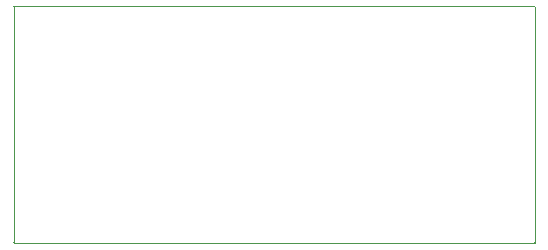
<source format=gko>
G04*
G04 #@! TF.GenerationSoftware,Altium Limited,Altium Designer,18.0.7 (293)*
G04*
G04 Layer_Color=16711935*
%FSLAX25Y25*%
%MOIN*%
G70*
G01*
G75*
%ADD27C,0.00394*%
D27*
X488386Y393701D02*
G03*
X488189Y393898I-197J0D01*
G01*
X488386Y393701D02*
G03*
X488189Y393898I-197J0D01*
G01*
Y314764D02*
G03*
X488386Y314961I0J197D01*
G01*
X488189Y314764D02*
G03*
X488386Y314961I0J197D01*
G01*
X314961Y393898D02*
G03*
X314764Y393701I0J-197D01*
G01*
X314961Y393898D02*
G03*
X314764Y393701I0J-197D01*
G01*
Y314961D02*
G03*
X314961Y314764I197J0D01*
G01*
X314764Y314961D02*
G03*
X314961Y314764I197J0D01*
G01*
X488386Y314961D02*
Y393701D01*
X314961Y393898D02*
X488189D01*
X314961Y314764D02*
X488189D01*
X314764Y314961D02*
Y393701D01*
M02*

</source>
